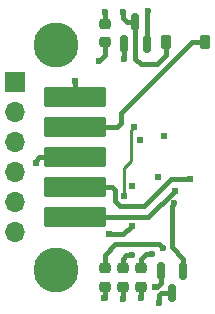
<source format=gbr>
%TF.GenerationSoftware,KiCad,Pcbnew,8.0.4-8.0.4-0~ubuntu22.04.1*%
%TF.CreationDate,2024-08-31T09:44:10-07:00*%
%TF.ProjectId,mag-encoder,6d61672d-656e-4636-9f64-65722e6b6963,2*%
%TF.SameCoordinates,Original*%
%TF.FileFunction,Copper,L1,Top*%
%TF.FilePolarity,Positive*%
%FSLAX46Y46*%
G04 Gerber Fmt 4.6, Leading zero omitted, Abs format (unit mm)*
G04 Created by KiCad (PCBNEW 8.0.4-8.0.4-0~ubuntu22.04.1) date 2024-08-31 09:44:10*
%MOMM*%
%LPD*%
G01*
G04 APERTURE LIST*
G04 Aperture macros list*
%AMRoundRect*
0 Rectangle with rounded corners*
0 $1 Rounding radius*
0 $2 $3 $4 $5 $6 $7 $8 $9 X,Y pos of 4 corners*
0 Add a 4 corners polygon primitive as box body*
4,1,4,$2,$3,$4,$5,$6,$7,$8,$9,$2,$3,0*
0 Add four circle primitives for the rounded corners*
1,1,$1+$1,$2,$3*
1,1,$1+$1,$4,$5*
1,1,$1+$1,$6,$7*
1,1,$1+$1,$8,$9*
0 Add four rect primitives between the rounded corners*
20,1,$1+$1,$2,$3,$4,$5,0*
20,1,$1+$1,$4,$5,$6,$7,0*
20,1,$1+$1,$6,$7,$8,$9,0*
20,1,$1+$1,$8,$9,$2,$3,0*%
G04 Aperture macros list end*
%TA.AperFunction,ComponentPad*%
%ADD10C,3.810000*%
%TD*%
%TA.AperFunction,SMDPad,CuDef*%
%ADD11RoundRect,0.218750X-0.256250X0.218750X-0.256250X-0.218750X0.256250X-0.218750X0.256250X0.218750X0*%
%TD*%
%TA.AperFunction,SMDPad,CuDef*%
%ADD12RoundRect,0.218750X0.256250X-0.218750X0.256250X0.218750X-0.256250X0.218750X-0.256250X-0.218750X0*%
%TD*%
%TA.AperFunction,SMDPad,CuDef*%
%ADD13RoundRect,0.150000X-0.150000X0.587500X-0.150000X-0.587500X0.150000X-0.587500X0.150000X0.587500X0*%
%TD*%
%TA.AperFunction,SMDPad,CuDef*%
%ADD14RoundRect,0.150000X0.150000X-0.587500X0.150000X0.587500X-0.150000X0.587500X-0.150000X-0.587500X0*%
%TD*%
%TA.AperFunction,SMDPad,CuDef*%
%ADD15RoundRect,0.121324X2.543676X-0.703676X2.543676X0.703676X-2.543676X0.703676X-2.543676X-0.703676X0*%
%TD*%
%TA.AperFunction,ComponentPad*%
%ADD16R,1.700000X1.700000*%
%TD*%
%TA.AperFunction,ComponentPad*%
%ADD17O,1.700000X1.700000*%
%TD*%
%TA.AperFunction,SMDPad,CuDef*%
%ADD18RoundRect,0.225000X-0.225000X-0.375000X0.225000X-0.375000X0.225000X0.375000X-0.225000X0.375000X0*%
%TD*%
%TA.AperFunction,ViaPad*%
%ADD19C,0.600000*%
%TD*%
%TA.AperFunction,ViaPad*%
%ADD20C,0.609600*%
%TD*%
%TA.AperFunction,Conductor*%
%ADD21C,0.381000*%
%TD*%
%TA.AperFunction,Conductor*%
%ADD22C,0.254000*%
%TD*%
G04 APERTURE END LIST*
D10*
%TO.P,H1,*%
%TO.N,*%
X224840800Y-114046000D03*
%TD*%
D11*
%TO.P,D1,1,K*%
%TO.N,Net-(D1-K)*%
X228981000Y-112242500D03*
%TO.P,D1,2,A*%
%TO.N,+3.3V*%
X228981000Y-113817500D03*
%TD*%
D12*
%TO.P,D3,1,K*%
%TO.N,GND*%
X228981000Y-134518500D03*
%TO.P,D3,2,A*%
%TO.N,Net-(D3-A)*%
X228981000Y-132943500D03*
%TD*%
D13*
%TO.P,Q1,1,G*%
%TO.N,Net-(Q1-G)*%
X235646000Y-133174500D03*
%TO.P,Q1,2,S*%
%TO.N,+3.3V*%
X233746000Y-133174500D03*
%TO.P,Q1,3,D*%
%TO.N,Net-(Q1-D)*%
X234696000Y-135049500D03*
%TD*%
D14*
%TO.P,U1,1,GND*%
%TO.N,GND*%
X230647200Y-113967500D03*
%TO.P,U1,2,V_{OUT}*%
%TO.N,+3.3V*%
X232547200Y-113967500D03*
%TO.P,U1,3,V_{IN}*%
%TO.N,+5V*%
X231597200Y-112092500D03*
%TD*%
D15*
%TO.P,J2,1,Pin_1*%
%TO.N,GND*%
X226487800Y-118491000D03*
%TO.P,J2,2,Pin_2*%
%TO.N,+5V_IN*%
X226487800Y-121031000D03*
%TO.P,J2,3,Pin_3*%
%TO.N,/A*%
X226487800Y-123571000D03*
%TO.P,J2,4,Pin_4*%
%TO.N,/B*%
X226487800Y-126111000D03*
%TO.P,J2,5,Pin_5*%
%TO.N,/PWM*%
X226487800Y-128651000D03*
%TD*%
D12*
%TO.P,D4,1,K*%
%TO.N,Net-(D4-K)*%
X230505000Y-134518500D03*
%TO.P,D4,2,A*%
%TO.N,Net-(D4-A)*%
X230505000Y-132943500D03*
%TD*%
D16*
%TO.P,J1,1,Pin_1*%
%TO.N,GND*%
X221411800Y-117221000D03*
D17*
%TO.P,J1,2,Pin_2*%
%TO.N,+3.3V*%
X221411800Y-119761000D03*
%TO.P,J1,3,Pin_3*%
%TO.N,/CS*%
X221411800Y-122301000D03*
%TO.P,J1,4,Pin_4*%
%TO.N,/MOSI*%
X221411800Y-124841000D03*
%TO.P,J1,5,Pin_5*%
%TO.N,/MISO*%
X221411800Y-127381000D03*
%TO.P,J1,6,Pin_6*%
%TO.N,/SCLK*%
X221411800Y-129921000D03*
%TD*%
D18*
%TO.P,D2,1,K*%
%TO.N,+5V*%
X234189000Y-113792000D03*
%TO.P,D2,2,A*%
%TO.N,+5V_IN*%
X237489000Y-113792000D03*
%TD*%
D12*
%TO.P,D5,1,K*%
%TO.N,GND*%
X232029000Y-134518500D03*
%TO.P,D5,2,A*%
%TO.N,Net-(D5-A)*%
X232029000Y-132943500D03*
%TD*%
D10*
%TO.P,H2,*%
%TO.N,*%
X224840800Y-133096000D03*
%TD*%
D19*
%TO.N,+3.3V*%
X232689400Y-111175800D03*
D20*
X233464100Y-125260100D03*
X231317800Y-125984000D03*
D19*
X233248200Y-134518400D03*
X228473000Y-115417600D03*
%TO.N,GND*%
X230657400Y-115265200D03*
D20*
X226491800Y-117094000D03*
X232003600Y-122097800D03*
D19*
X228955600Y-135509000D03*
X232029000Y-135509000D03*
D20*
X233984800Y-121793000D03*
D19*
%TO.N,+5V*%
X230530400Y-111226600D03*
%TO.N,Net-(D4-A)*%
X231292400Y-131826000D03*
%TO.N,Net-(D1-K)*%
X228981000Y-111226600D03*
%TO.N,Net-(D3-A)*%
X233924399Y-131273400D03*
%TO.N,Net-(D4-K)*%
X230505000Y-135559800D03*
D20*
X229368646Y-130086100D03*
X231267000Y-129387600D03*
%TO.N,/A*%
X223157754Y-124046954D03*
%TO.N,/B*%
X236245400Y-125412501D03*
%TO.N,/PWM*%
X234911727Y-126377562D03*
D19*
%TO.N,Net-(Q1-D)*%
X233603800Y-135890000D03*
%TO.N,Net-(Q1-G)*%
X234883106Y-127441105D03*
%TO.N,Net-(D5-A)*%
X233019600Y-131724400D03*
D20*
%TO.N,/MISO*%
X231495600Y-121031000D03*
X230657400Y-126822200D03*
%TD*%
D21*
%TO.N,+3.3V*%
X233248200Y-134518400D02*
X233451400Y-134518400D01*
X232689400Y-111175800D02*
X232537000Y-111328200D01*
X233451400Y-134518400D02*
X233746000Y-134223800D01*
X228981000Y-113817500D02*
X228981000Y-114909600D01*
X232537000Y-113957300D02*
X232547200Y-113967500D01*
X228981000Y-114909600D02*
X228473000Y-115417600D01*
X233746000Y-134223800D02*
X233746000Y-133174500D01*
X232537000Y-111328200D02*
X232537000Y-113957300D01*
%TO.N,GND*%
X230647200Y-113967500D02*
X230647200Y-115255000D01*
X232029000Y-134518500D02*
X232029000Y-135509000D01*
X228981000Y-134518500D02*
X228981000Y-135483600D01*
X226487800Y-117098000D02*
X226491800Y-117094000D01*
X228981000Y-135483600D02*
X228955600Y-135509000D01*
X230647200Y-115255000D02*
X230657400Y-115265200D01*
X226487800Y-118491000D02*
X226487800Y-117098000D01*
%TO.N,+5V*%
X234189000Y-114883200D02*
X233400600Y-115671600D01*
X231597200Y-112092500D02*
X230888300Y-112092500D01*
X231597200Y-115239800D02*
X231597200Y-112092500D01*
X230530400Y-111734600D02*
X230530400Y-111226600D01*
X230888300Y-112092500D02*
X230530400Y-111734600D01*
X233400600Y-115671600D02*
X232029000Y-115671600D01*
X232029000Y-115671600D02*
X231597200Y-115239800D01*
X234189000Y-113792000D02*
X234189000Y-114883200D01*
%TO.N,Net-(D4-A)*%
X230835200Y-131826000D02*
X231292400Y-131826000D01*
X230505000Y-132943500D02*
X230505000Y-132156200D01*
X230505000Y-132156200D02*
X230835200Y-131826000D01*
%TO.N,Net-(D1-K)*%
X228981000Y-112242500D02*
X228981000Y-111226600D01*
%TO.N,Net-(D3-A)*%
X228981000Y-131826000D02*
X228981000Y-132943500D01*
X229870000Y-130937000D02*
X228981000Y-131826000D01*
X233587999Y-130937000D02*
X229870000Y-130937000D01*
X233924399Y-131273400D02*
X233587999Y-130937000D01*
%TO.N,+5V_IN*%
X230403400Y-120624600D02*
X230403400Y-119811800D01*
X230403400Y-119811800D02*
X236423200Y-113792000D01*
X236423200Y-113792000D02*
X237362000Y-113792000D01*
X229997000Y-121031000D02*
X230403400Y-120624600D01*
X226487800Y-121031000D02*
X229997000Y-121031000D01*
%TO.N,Net-(D4-K)*%
X230568500Y-130086100D02*
X229368646Y-130086100D01*
X230505000Y-134518500D02*
X230505000Y-135559800D01*
X231267000Y-129387600D02*
X230568500Y-130086100D01*
%TO.N,/A*%
X223157754Y-123857046D02*
X223443800Y-123571000D01*
X223157754Y-124046954D02*
X223157754Y-123857046D01*
X223443800Y-123571000D02*
X226487800Y-123571000D01*
%TO.N,/B*%
X236232701Y-125425200D02*
X234619800Y-125425200D01*
X229590600Y-126111000D02*
X226487800Y-126111000D01*
X232359200Y-127685800D02*
X230251000Y-127685800D01*
X236245400Y-125412501D02*
X236232701Y-125425200D01*
X230251000Y-127685800D02*
X229844600Y-127279400D01*
X229844600Y-126365000D02*
X229590600Y-126111000D01*
X234619800Y-125425200D02*
X232359200Y-127685800D01*
X229844600Y-127279400D02*
X229844600Y-126365000D01*
%TO.N,/PWM*%
X232638289Y-128651000D02*
X226487800Y-128651000D01*
X234911727Y-126377562D02*
X232638289Y-128651000D01*
%TO.N,Net-(Q1-D)*%
X234696000Y-135049500D02*
X233783900Y-135049500D01*
X233783900Y-135049500D02*
X233603800Y-135229600D01*
X233603800Y-135229600D02*
X233603800Y-135890000D01*
%TO.N,Net-(Q1-G)*%
X234649100Y-127675111D02*
X234649100Y-131169500D01*
X234649100Y-131169500D02*
X235646000Y-132166400D01*
X235646000Y-132166400D02*
X235646000Y-133174500D01*
X234883106Y-127441105D02*
X234649100Y-127675111D01*
%TO.N,Net-(D5-A)*%
X232511600Y-131724400D02*
X232029000Y-132207000D01*
X233019600Y-131724400D02*
X232511600Y-131724400D01*
X232029000Y-132207000D02*
X232029000Y-132943500D01*
D22*
%TO.N,/MISO*%
X230632000Y-124452223D02*
X230632000Y-126796800D01*
X230632000Y-126796800D02*
X230657400Y-126822200D01*
X231232800Y-123851423D02*
X230632000Y-124452223D01*
X231232800Y-121293800D02*
X231232800Y-123851423D01*
X231495600Y-121031000D02*
X231232800Y-121293800D01*
%TD*%
M02*

</source>
